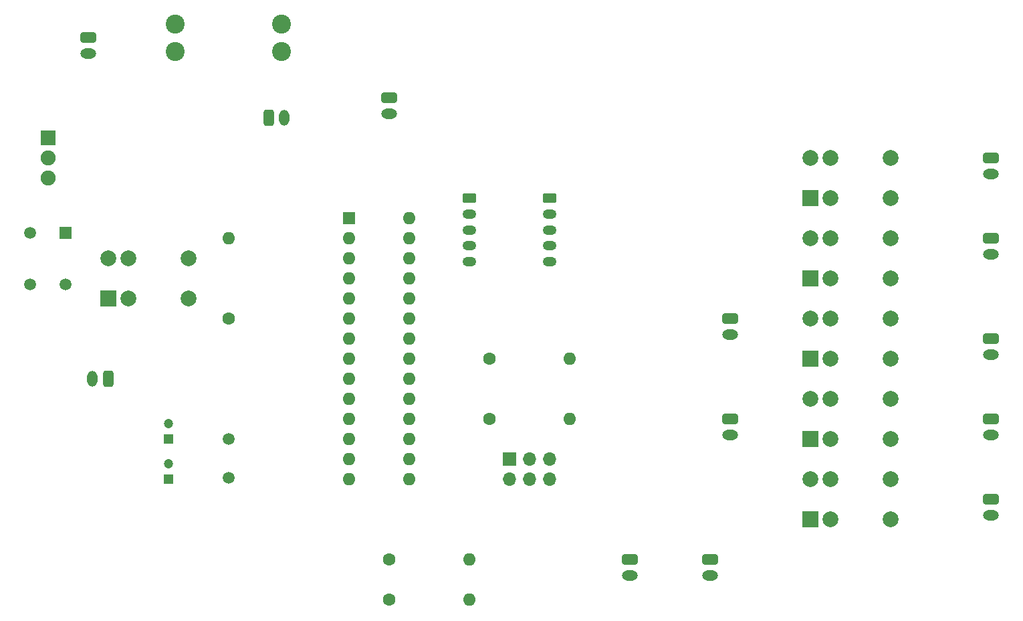
<source format=gbr>
%TF.GenerationSoftware,KiCad,Pcbnew,(5.99.0-7843-ge1f76ea2ab)*%
%TF.CreationDate,2021-01-07T03:20:18-05:00*%
%TF.ProjectId,CaRFID,43615246-4944-42e6-9b69-6361645f7063,rev?*%
%TF.SameCoordinates,Original*%
%TF.FileFunction,Soldermask,Bot*%
%TF.FilePolarity,Negative*%
%FSLAX46Y46*%
G04 Gerber Fmt 4.6, Leading zero omitted, Abs format (unit mm)*
G04 Created by KiCad (PCBNEW (5.99.0-7843-ge1f76ea2ab)) date 2021-01-07 03:20:18*
%MOMM*%
%LPD*%
G01*
G04 APERTURE LIST*
G04 Aperture macros list*
%AMRoundRect*
0 Rectangle with rounded corners*
0 $1 Rounding radius*
0 $2 $3 $4 $5 $6 $7 $8 $9 X,Y pos of 4 corners*
0 Add a 4 corners polygon primitive as box body*
4,1,4,$2,$3,$4,$5,$6,$7,$8,$9,$2,$3,0*
0 Add four circle primitives for the rounded corners*
1,1,$1+$1,$2,$3,0*
1,1,$1+$1,$4,$5,0*
1,1,$1+$1,$6,$7,0*
1,1,$1+$1,$8,$9,0*
0 Add four rect primitives between the rounded corners*
20,1,$1+$1,$2,$3,$4,$5,0*
20,1,$1+$1,$4,$5,$6,$7,0*
20,1,$1+$1,$6,$7,$8,$9,0*
20,1,$1+$1,$8,$9,$2,$3,0*%
G04 Aperture macros list end*
%ADD10R,1.200000X1.200000*%
%ADD11C,1.200000*%
%ADD12R,2.000000X2.000000*%
%ADD13C,2.000000*%
%ADD14R,1.700000X1.700000*%
%ADD15O,1.700000X1.700000*%
%ADD16RoundRect,0.250000X-0.750000X-0.400000X0.750000X-0.400000X0.750000X0.400000X-0.750000X0.400000X0*%
%ADD17O,2.000000X1.300000*%
%ADD18R,1.600000X1.600000*%
%ADD19O,1.600000X1.600000*%
%ADD20RoundRect,0.250000X0.400000X-0.750000X0.400000X0.750000X-0.400000X0.750000X-0.400000X-0.750000X0*%
%ADD21O,1.300000X2.000000*%
%ADD22C,1.600000*%
%ADD23R,1.910000X1.910000*%
%ADD24C,1.910000*%
%ADD25RoundRect,0.250000X-0.400000X0.750000X-0.400000X-0.750000X0.400000X-0.750000X0.400000X0.750000X0*%
%ADD26C,2.400000*%
%ADD27RoundRect,0.249600X-0.750400X-0.400400X0.750400X-0.400400X0.750400X0.400400X-0.750400X0.400400X0*%
%ADD28R,1.498000X1.498000*%
%ADD29C,1.498000*%
%ADD30RoundRect,0.250000X-0.625000X0.350000X-0.625000X-0.350000X0.625000X-0.350000X0.625000X0.350000X0*%
%ADD31O,1.750000X1.200000*%
%ADD32C,1.500000*%
G04 APERTURE END LIST*
D10*
%TO.C,C1*%
X38100000Y-101600000D03*
D11*
X38100000Y-99600000D03*
%TD*%
D12*
%TO.C,K4*%
X119380000Y-91440000D03*
D13*
X121920000Y-91440000D03*
X129540000Y-91440000D03*
X129540000Y-86360000D03*
X121920000Y-86360000D03*
X119380000Y-86360000D03*
%TD*%
D12*
%TO.C,K2*%
X119380000Y-71120000D03*
D13*
X121920000Y-71120000D03*
X129540000Y-71120000D03*
X129540000Y-66040000D03*
X121920000Y-66040000D03*
X119380000Y-66040000D03*
%TD*%
D14*
%TO.C,J4*%
X81280000Y-104140000D03*
D15*
X81280000Y-106680000D03*
X83820000Y-104140000D03*
X83820000Y-106680000D03*
X86360000Y-104140000D03*
X86360000Y-106680000D03*
%TD*%
D16*
%TO.C,J13*%
X142240000Y-99060000D03*
D17*
X142240000Y-101060000D03*
%TD*%
D16*
%TO.C,D1*%
X109220000Y-86360000D03*
D17*
X109220000Y-88360000D03*
%TD*%
D12*
%TO.C,K6*%
X119380000Y-111760000D03*
D13*
X121920000Y-111760000D03*
X129540000Y-111760000D03*
X129540000Y-106680000D03*
X121920000Y-106680000D03*
X119380000Y-106680000D03*
%TD*%
D18*
%TO.C,U2*%
X60960000Y-73660000D03*
D19*
X60960000Y-76200000D03*
X60960000Y-78740000D03*
X60960000Y-81280000D03*
X60960000Y-83820000D03*
X60960000Y-86360000D03*
X60960000Y-88900000D03*
X60960000Y-91440000D03*
X60960000Y-93980000D03*
X60960000Y-96520000D03*
X60960000Y-99060000D03*
X60960000Y-101600000D03*
X60960000Y-104140000D03*
X60960000Y-106680000D03*
X68580000Y-106680000D03*
X68580000Y-104140000D03*
X68580000Y-101600000D03*
X68580000Y-99060000D03*
X68580000Y-96520000D03*
X68580000Y-93980000D03*
X68580000Y-91440000D03*
X68580000Y-88900000D03*
X68580000Y-86360000D03*
X68580000Y-83820000D03*
X68580000Y-81280000D03*
X68580000Y-78740000D03*
X68580000Y-76200000D03*
X68580000Y-73660000D03*
%TD*%
D20*
%TO.C,J1*%
X50800000Y-60960000D03*
D21*
X52800000Y-60960000D03*
%TD*%
D22*
%TO.C,R2*%
X66040000Y-116840000D03*
D19*
X76200000Y-116840000D03*
%TD*%
D16*
%TO.C,J9*%
X96520000Y-116840000D03*
D17*
X96520000Y-118840000D03*
%TD*%
D22*
%TO.C,R1*%
X45720000Y-86360000D03*
D19*
X45720000Y-76200000D03*
%TD*%
D12*
%TO.C,K3*%
X119380000Y-81280000D03*
D13*
X121920000Y-81280000D03*
X129540000Y-81280000D03*
X129540000Y-76200000D03*
X121920000Y-76200000D03*
X119380000Y-76200000D03*
%TD*%
D23*
%TO.C,U1*%
X22860000Y-63500000D03*
D24*
X22860000Y-66040000D03*
X22860000Y-68580000D03*
%TD*%
D22*
%TO.C,R4*%
X78740000Y-91440000D03*
D19*
X88900000Y-91440000D03*
%TD*%
D16*
%TO.C,D2*%
X109220000Y-99060000D03*
D17*
X109220000Y-101060000D03*
%TD*%
D25*
%TO.C,J7*%
X30480000Y-93980000D03*
D21*
X28480000Y-93980000D03*
%TD*%
D26*
%TO.C,F1*%
X38985000Y-49100000D03*
X38985000Y-52500000D03*
X52455000Y-49100000D03*
X52455000Y-52500000D03*
%TD*%
D22*
%TO.C,R3*%
X66040000Y-121920000D03*
D19*
X76200000Y-121920000D03*
%TD*%
D16*
%TO.C,J14*%
X142240000Y-109220000D03*
D17*
X142240000Y-111220000D03*
%TD*%
D16*
%TO.C,J8*%
X106680000Y-116840000D03*
D17*
X106680000Y-118840000D03*
%TD*%
D16*
%TO.C,J11*%
X142240000Y-76200000D03*
D17*
X142240000Y-78200000D03*
%TD*%
D27*
%TO.C,J2*%
X27940000Y-50800000D03*
D17*
X27940000Y-52800000D03*
%TD*%
D16*
%TO.C,J10*%
X142240000Y-66040000D03*
D17*
X142240000Y-68040000D03*
%TD*%
D28*
%TO.C,SW1*%
X25110000Y-75490000D03*
D29*
X25110000Y-81990000D03*
X20610000Y-75490000D03*
X20610000Y-81990000D03*
%TD*%
D22*
%TO.C,R5*%
X78740000Y-99060000D03*
D19*
X88900000Y-99060000D03*
%TD*%
D27*
%TO.C,J3*%
X66040000Y-58420000D03*
D17*
X66040000Y-60420000D03*
%TD*%
D12*
%TO.C,K5*%
X119380000Y-101600000D03*
D13*
X121920000Y-101600000D03*
X129540000Y-101600000D03*
X129540000Y-96520000D03*
X121920000Y-96520000D03*
X119380000Y-96520000D03*
%TD*%
D12*
%TO.C,K1*%
X30480000Y-83820000D03*
D13*
X33020000Y-83820000D03*
X40640000Y-83820000D03*
X40640000Y-78740000D03*
X33020000Y-78740000D03*
X30480000Y-78740000D03*
%TD*%
D30*
%TO.C,J5*%
X76200000Y-71120000D03*
D31*
X76200000Y-73120000D03*
X76200000Y-75120000D03*
X76200000Y-77120000D03*
X76200000Y-79120000D03*
%TD*%
D30*
%TO.C,J6*%
X86360000Y-71120000D03*
D31*
X86360000Y-73120000D03*
X86360000Y-75120000D03*
X86360000Y-77120000D03*
X86360000Y-79120000D03*
%TD*%
D32*
%TO.C,Y1*%
X45720000Y-101600000D03*
X45720000Y-106480000D03*
%TD*%
D16*
%TO.C,J12*%
X142240000Y-88900000D03*
D17*
X142240000Y-90900000D03*
%TD*%
D10*
%TO.C,C2*%
X38100000Y-106680000D03*
D11*
X38100000Y-104680000D03*
%TD*%
M02*

</source>
